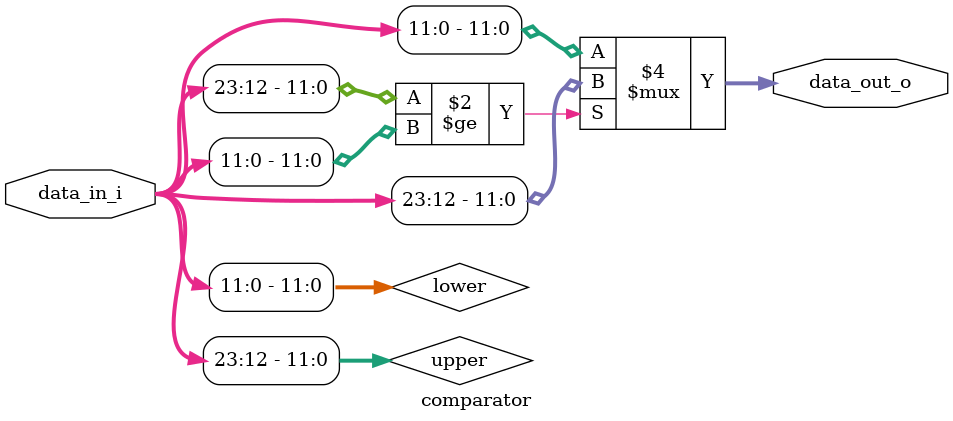
<source format=v>
module comparator (
	input wire signed [23:0] data_in_i,
	output reg signed [11:0] data_out_o
);
	// Convert two 12-bit parts to signed values for comparison
	wire signed [11:0] upper;
	wire signed [11:0] lower;
	assign upper  = data_in_i[12+:12];
	assign lower = data_in_i[0+:12];
	
	always @(*) begin
		if (upper >= lower)
			data_out_o = upper;
		else
			data_out_o = lower;
	end
endmodule
</source>
